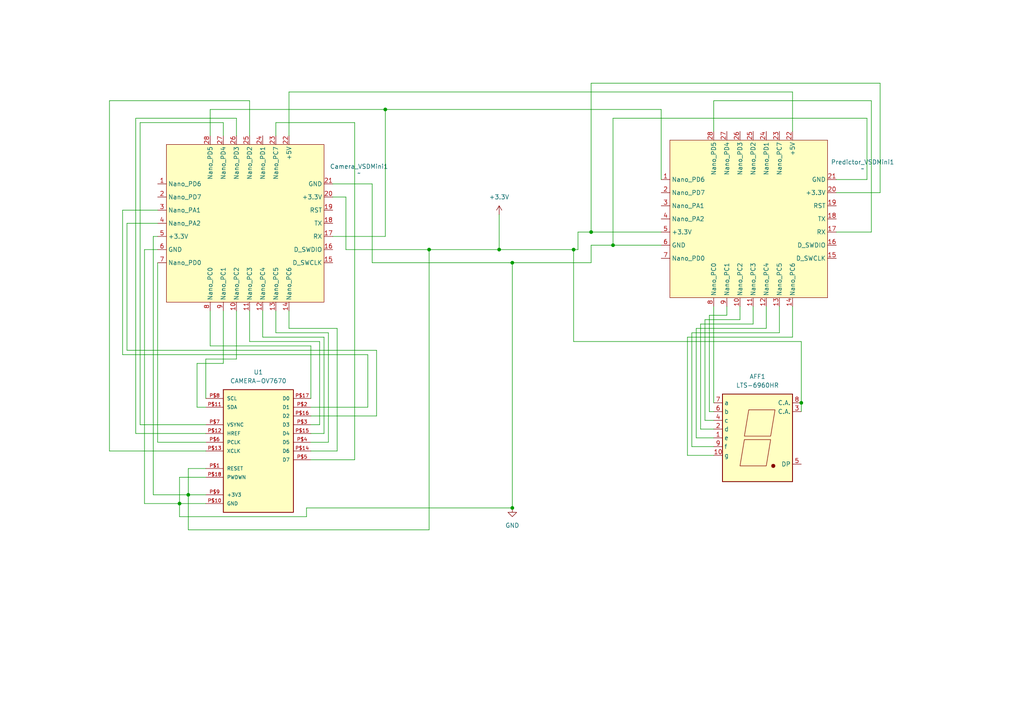
<source format=kicad_sch>
(kicad_sch (version 20231120) (generator "eeschema") (generator_version "8.0")
  (paper "A4")
  (lib_symbols
    (symbol "Display_Character:LTS-6960HR"
      (property "Reference" "AFF" (at -7.874 13.97 0))
      (property "Value" "LTS-6960HR" (at -2.032 13.97 0))
      (symbol "LTS-6960HR_0_1"
        (rectangle (start -10.16 12.7) (end 10.16 -12.7) (stroke (width 0.254)) (fill (type background)))
        (polyline (pts (xy -3.81 -0.508) (xy 3.81 -0.508) (xy 2.54 -8.128) (xy -5.08 -8.128) (xy -3.81 -0.508) (xy -3.81 -0.508)))
        (polyline (pts (xy -2.54 8.128) (xy 5.08 8.128) (xy 3.81 0.508) (xy -3.81 0.508) (xy -2.54 8.128) (xy -2.54 8.128)))
        (circle (center 4.572 -8.128) (radius 0.508) (fill (type outline)))
      )
      (symbol "LTS-6960HR_1_1"
        (pin passive line (at -12.7 0 0) (length 2.54) (name "e") (number "1"))
        (pin passive line (at -12.7 -5.08 0) (length 2.54) (name "g") (number "10"))
        (pin passive line (at -12.7 2.54 0) (length 2.54) (name "d") (number "2"))
        (pin passive line (at 12.7 7.62 180) (length 2.54) (name "C.A.") (number "3"))
        (pin passive line (at -12.7 5.08 0) (length 2.54) (name "c") (number "4"))
        (pin passive line (at 12.7 -7.62 180) (length 2.54) (name "DP") (number "5"))
        (pin passive line (at -12.7 7.62 0) (length 2.54) (name "b") (number "6"))
        (pin passive line (at -12.7 10.16 0) (length 2.54) (name "a") (number "7"))
        (pin passive line (at 12.7 10.16 180) (length 2.54) (name "C.A.") (number "8"))
        (pin passive line (at -12.7 -2.54 0) (length 2.54) (name "f") (number "9"))
      )
    )
    (symbol "OV7670:CAMERA-OV7670" (pin_names (offset 1.016))
      (property "Reference" "U" (at -10.16 18.542 0))
      (property "Value" "CAMERA-OV7670" (at 0 0 0))
      (symbol "CAMERA-OV7670_0_0"
        (rectangle (start -10.16 -17.78) (end 10.16 17.78) (stroke (width 0.254)) (fill (type background)))
        (pin bidirectional line (at -15.24 -5.08 0) (length 5.08) (name "RESET") (number "P$1"))
        (pin bidirectional line (at -15.24 -15.24 0) (length 5.08) (name "GND") (number "P$10"))
        (pin bidirectional line (at -15.24 12.7 0) (length 5.08) (name "SDA") (number "P$11"))
        (pin bidirectional line (at -15.24 5.08 0) (length 5.08) (name "HREF") (number "P$12"))
        (pin bidirectional line (at -15.24 0 0) (length 5.08) (name "XCLK") (number "P$13"))
        (pin bidirectional line (at 15.24 0 180) (length 5.08) (name "D6") (number "P$14"))
        (pin bidirectional line (at 15.24 5.08 180) (length 5.08) (name "D4") (number "P$15"))
        (pin bidirectional line (at 15.24 10.16 180) (length 5.08) (name "D2") (number "P$16"))
        (pin bidirectional line (at 15.24 15.24 180) (length 5.08) (name "D0") (number "P$17"))
        (pin bidirectional line (at -15.24 -7.62 0) (length 5.08) (name "PWDWN") (number "P$18"))
        (pin bidirectional line (at 15.24 12.7 180) (length 5.08) (name "D1") (number "P$2"))
        (pin bidirectional line (at 15.24 7.62 180) (length 5.08) (name "D3") (number "P$3"))
        (pin bidirectional line (at 15.24 2.54 180) (length 5.08) (name "D5") (number "P$4"))
        (pin bidirectional line (at 15.24 -2.54 180) (length 5.08) (name "D7") (number "P$5"))
        (pin bidirectional line (at -15.24 2.54 0) (length 5.08) (name "PCLK") (number "P$6"))
        (pin bidirectional line (at -15.24 7.62 0) (length 5.08) (name "VSYNC") (number "P$7"))
        (pin bidirectional line (at -15.24 15.24 0) (length 5.08) (name "SCL") (number "P$8"))
        (pin bidirectional line (at -15.24 -12.7 0) (length 5.08) (name "+3V3") (number "P$9"))
      )
    )
    (symbol "power:+3.3V" (power) (pin_numbers hide) (pin_names (offset 0) hide)
      (property "Value" "+3.3V" (at 0 3.556 0))
      (symbol "+3.3V_0_1"
        (polyline (pts (xy -0.762 1.27) (xy 0 2.54)))
        (polyline (pts (xy 0 0) (xy 0 2.54)))
        (polyline (pts (xy 0 2.54) (xy 0.762 1.27)))
      )
      (symbol "+3.3V_1_1"
        (pin power_in line (at 0 0 90) (length 0) (name "~") (number "1"))
      )
    )
    (symbol "power:GND" (power) (pin_numbers hide) (pin_names (offset 0) hide)
      (property "Value" "GND" (at 0 -3.81 0))
      (symbol "GND_0_1"
        (polyline (pts (xy 0 0) (xy 0 -1.27) (xy 1.27 -1.27) (xy 0 -2.54) (xy -1.27 -1.27) (xy 0 -1.27)))
      )
      (symbol "GND_1_1"
        (pin power_in line (at 0 0 270) (length 0) (name "~") (number "1"))
      )
    )
    (symbol "squadron:VSDSquadron_mini"
      (property "Reference" "U" (at 0.254 7.874 0))
      (symbol "VSDSquadron_mini_1_0"
        (pin input line (at 20.32 -41.91 90) (length 2.54) (name "Nano_PC2") (number "10"))
        (pin input line (at 24.13 -41.91 90) (length 2.54) (name "Nano_PC3") (number "11"))
        (pin input line (at 27.94 -41.91 90) (length 2.54) (name "Nano_PC4") (number "12"))
        (pin input line (at 31.75 -41.91 90) (length 2.54) (name "Nano_PC5") (number "13"))
        (pin input line (at 35.56 -41.91 90) (length 2.54) (name "Nano_PC6") (number "14"))
        (pin input line (at 48.26 -27.94 180) (length 2.54) (name "D_SWCLK") (number "15"))
        (pin input line (at 48.26 -24.13 180) (length 2.54) (name "D_SWDIO") (number "16"))
        (pin input line (at 48.26 -20.32 180) (length 2.54) (name "RX") (number "17"))
        (pin input line (at 48.26 -16.51 180) (length 2.54) (name "TX") (number "18"))
        (pin input line (at 48.26 -12.7 180) (length 2.54) (name "RST") (number "19"))
        (pin power_in line (at 35.56 8.89 270) (length 2.54) (name "+5V") (number "22"))
        (pin input line (at 31.75 8.89 270) (length 2.54) (name "Nano_PC7") (number "23"))
        (pin input line (at 27.94 8.89 270) (length 2.54) (name "Nano_PD1") (number "24"))
        (pin input line (at 24.13 8.89 270) (length 2.54) (name "Nano_PD2") (number "25"))
        (pin input line (at 20.32 8.89 270) (length 2.54) (name "Nano_PD3") (number "26"))
        (pin input line (at -2.54 -12.7 0) (length 2.54) (name "Nano_PA1") (number "3"))
        (pin input line (at -2.54 -16.51 0) (length 2.54) (name "Nano_PA2") (number "4"))
        (pin power_in line (at -2.54 -20.32 0) (length 2.54) (name "+3.3V") (number "5"))
        (pin power_out line (at -2.54 -24.13 0) (length 2.54) (name "GND") (number "6"))
        (pin input line (at -2.54 -27.94 0) (length 2.54) (name "Nano_PD0") (number "7"))
      )
      (symbol "VSDSquadron_mini_1_1"
        (rectangle (start 0 6.35) (end 45.72 -39.37) (fill (type background)))
        (pin input line (at -2.54 -5.08 0) (length 2.54) (name "Nano_PD6") (number "1"))
        (pin input line (at -2.54 -8.89 0) (length 2.54) (name "Nano_PD7") (number "2"))
        (pin power_in line (at 48.26 -8.89 180) (length 2.54) (name "+3.3V") (number "20"))
        (pin power_out line (at 48.26 -5.08 180) (length 2.54) (name "GND") (number "21"))
        (pin input line (at 16.51 8.89 270) (length 2.54) (name "Nano_PD4") (number "27"))
        (pin input line (at 12.7 8.89 270) (length 2.54) (name "Nano_PD5") (number "28"))
        (pin input line (at 12.7 -41.91 90) (length 2.54) (name "Nano_PC0") (number "8"))
        (pin input line (at 16.51 -41.91 90) (length 2.54) (name "Nano_PC1") (number "9"))
      )
    )
  )
  (junction (at 148.59 76.2))
  (junction (at 177.8 71.12))
  (junction (at 166.37 72.39))
  (junction (at 148.59 147.32))
  (junction (at 124.46 72.39))
  (junction (at 54.61 143.51))
  (junction (at 52.07 146.05))
  (junction (at 144.78 72.39))
  (junction (at 171.45 67.31))
  (junction (at 111.76 31.75))
  (junction (at 232.41 116.84))
  (wire (pts (xy 199.39 97.79) (xy 229.87 97.79)))
  (wire (pts (xy 95.25 128.27) (xy 90.17 128.27)))
  (wire (pts (xy 64.77 105.41) (xy 64.77 90.17)))
  (wire (pts (xy 68.58 104.14) (xy 68.58 90.17)))
  (wire (pts (xy 36.83 101.6) (xy 109.22 101.6)))
  (wire (pts (xy 107.95 53.34) (xy 96.52 53.34)))
  (wire (pts (xy 60.96 90.17) (xy 60.96 100.33)))
  (wire (pts (xy 229.87 26.67) (xy 229.87 38.1)))
  (wire (pts (xy 232.41 116.84) (xy 232.41 99.06)))
  (wire (pts (xy 36.83 64.77) (xy 36.83 101.6)))
  (wire (pts (xy 83.82 95.25) (xy 97.79 95.25)))
  (wire (pts (xy 57.15 118.11) (xy 57.15 105.41)))
  (wire (pts (xy 80.01 90.17) (xy 80.01 96.52)))
  (wire (pts (xy 255.27 24.13) (xy 171.45 24.13)))
  (wire (pts (xy 100.33 72.39) (xy 124.46 72.39)))
  (wire (pts (xy 207.01 88.9) (xy 207.01 116.84)))
  (wire (pts (xy 200.66 96.52) (xy 226.06 96.52)))
  (wire (pts (xy 226.06 88.9) (xy 226.06 96.52)))
  (wire (pts (xy 207.01 119.38) (xy 205.74 119.38)))
  (wire (pts (xy 232.41 99.06) (xy 166.37 99.06)))
  (wire (pts (xy 171.45 71.12) (xy 177.8 71.12)))
  (wire (pts (xy 207.01 132.08) (xy 199.39 132.08)))
  (wire (pts (xy 59.69 138.43) (xy 52.07 138.43)))
  (wire (pts (xy 88.9 147.32) (xy 148.59 147.32)))
  (wire (pts (xy 95.25 96.52) (xy 95.25 128.27)))
  (wire (pts (xy 171.45 24.13) (xy 171.45 67.31)))
  (wire (pts (xy 201.93 127) (xy 201.93 95.25)))
  (wire (pts (xy 177.8 34.29) (xy 177.8 71.12)))
  (wire (pts (xy 60.96 31.75) (xy 111.76 31.75)))
  (wire (pts (xy 171.45 67.31) (xy 191.77 67.31)))
  (wire (pts (xy 144.78 72.39) (xy 166.37 72.39)))
  (wire (pts (xy 111.76 68.58) (xy 96.52 68.58)))
  (wire (pts (xy 39.37 125.73) (xy 59.69 125.73)))
  (wire (pts (xy 72.39 39.37) (xy 72.39 29.21)))
  (wire (pts (xy 54.61 153.67) (xy 124.46 153.67)))
  (wire (pts (xy 31.75 130.81) (xy 59.69 130.81)))
  (wire (pts (xy 93.98 97.79) (xy 93.98 125.73)))
  (wire (pts (xy 54.61 135.89) (xy 54.61 143.51)))
  (wire (pts (xy 207.01 129.54) (xy 200.66 129.54)))
  (wire (pts (xy 252.73 29.21) (xy 252.73 67.31)))
  (wire (pts (xy 203.2 124.46) (xy 203.2 93.98)))
  (wire (pts (xy 144.78 62.23) (xy 144.78 72.39)))
  (wire (pts (xy 59.69 104.14) (xy 68.58 104.14)))
  (wire (pts (xy 45.72 68.58) (xy 44.45 68.58)))
  (wire (pts (xy 59.69 118.11) (xy 57.15 118.11)))
  (wire (pts (xy 106.68 102.87) (xy 106.68 118.11)))
  (wire (pts (xy 76.2 97.79) (xy 93.98 97.79)))
  (wire (pts (xy 222.25 88.9) (xy 222.25 95.25)))
  (wire (pts (xy 52.07 146.05) (xy 59.69 146.05)))
  (wire (pts (xy 45.72 72.39) (xy 41.91 72.39)))
  (wire (pts (xy 60.96 39.37) (xy 60.96 31.75)))
  (wire (pts (xy 44.45 68.58) (xy 44.45 143.51)))
  (wire (pts (xy 88.9 147.32) (xy 88.9 149.86)))
  (wire (pts (xy 39.37 125.73) (xy 39.37 34.29)))
  (wire (pts (xy 207.01 127) (xy 201.93 127)))
  (wire (pts (xy 59.69 115.57) (xy 59.69 104.14)))
  (wire (pts (xy 80.01 96.52) (xy 95.25 96.52)))
  (wire (pts (xy 166.37 99.06) (xy 166.37 72.39)))
  (wire (pts (xy 72.39 90.17) (xy 72.39 99.06)))
  (wire (pts (xy 59.69 135.89) (xy 54.61 135.89)))
  (wire (pts (xy 200.66 129.54) (xy 200.66 96.52)))
  (wire (pts (xy 201.93 95.25) (xy 222.25 95.25)))
  (wire (pts (xy 92.71 123.19) (xy 90.17 123.19)))
  (wire (pts (xy 80.01 35.56) (xy 102.87 35.56)))
  (wire (pts (xy 148.59 76.2) (xy 107.95 76.2)))
  (wire (pts (xy 251.46 34.29) (xy 177.8 34.29)))
  (wire (pts (xy 54.61 143.51) (xy 54.61 153.67)))
  (wire (pts (xy 102.87 133.35) (xy 90.17 133.35)))
  (wire (pts (xy 191.77 31.75) (xy 191.77 52.07)))
  (wire (pts (xy 148.59 76.2) (xy 148.59 147.32)))
  (wire (pts (xy 255.27 24.13) (xy 255.27 55.88)))
  (wire (pts (xy 52.07 138.43) (xy 52.07 146.05)))
  (wire (pts (xy 205.74 119.38) (xy 205.74 91.44)))
  (wire (pts (xy 59.69 123.19) (xy 40.64 123.19)))
  (wire (pts (xy 229.87 97.79) (xy 229.87 88.9)))
  (wire (pts (xy 35.56 102.87) (xy 106.68 102.87)))
  (wire (pts (xy 124.46 72.39) (xy 144.78 72.39)))
  (wire (pts (xy 255.27 55.88) (xy 242.57 55.88)))
  (wire (pts (xy 41.91 72.39) (xy 41.91 146.05)))
  (wire (pts (xy 45.72 60.96) (xy 35.56 60.96)))
  (wire (pts (xy 39.37 34.29) (xy 68.58 34.29)))
  (wire (pts (xy 251.46 52.07) (xy 242.57 52.07)))
  (wire (pts (xy 93.98 125.73) (xy 90.17 125.73)))
  (wire (pts (xy 167.64 67.31) (xy 171.45 67.31)))
  (wire (pts (xy 40.64 35.56) (xy 64.77 35.56)))
  (wire (pts (xy 232.41 116.84) (xy 232.41 119.38)))
  (wire (pts (xy 90.17 100.33) (xy 90.17 115.57)))
  (wire (pts (xy 148.59 76.2) (xy 171.45 76.2)))
  (wire (pts (xy 45.72 76.2) (xy 45.72 128.27)))
  (wire (pts (xy 76.2 90.17) (xy 76.2 97.79)))
  (wire (pts (xy 88.9 149.86) (xy 52.07 149.86)))
  (wire (pts (xy 204.47 92.71) (xy 214.63 92.71)))
  (wire (pts (xy 111.76 31.75) (xy 191.77 31.75)))
  (wire (pts (xy 124.46 153.67) (xy 124.46 72.39)))
  (wire (pts (xy 177.8 71.12) (xy 191.77 71.12)))
  (wire (pts (xy 68.58 34.29) (xy 68.58 39.37)))
  (wire (pts (xy 41.91 146.05) (xy 52.07 146.05)))
  (wire (pts (xy 207.01 124.46) (xy 203.2 124.46)))
  (wire (pts (xy 199.39 132.08) (xy 199.39 97.79)))
  (wire (pts (xy 100.33 57.15) (xy 100.33 72.39)))
  (wire (pts (xy 83.82 90.17) (xy 83.82 95.25)))
  (wire (pts (xy 214.63 92.71) (xy 214.63 88.9)))
  (wire (pts (xy 207.01 29.21) (xy 252.73 29.21)))
  (wire (pts (xy 35.56 60.96) (xy 35.56 102.87)))
  (wire (pts (xy 54.61 143.51) (xy 59.69 143.51)))
  (wire (pts (xy 40.64 123.19) (xy 40.64 35.56)))
  (wire (pts (xy 45.72 64.77) (xy 36.83 64.77)))
  (wire (pts (xy 207.01 38.1) (xy 207.01 29.21)))
  (wire (pts (xy 57.15 105.41) (xy 64.77 105.41)))
  (wire (pts (xy 97.79 130.81) (xy 90.17 130.81)))
  (wire (pts (xy 210.82 88.9) (xy 210.82 91.44)))
  (wire (pts (xy 166.37 72.39) (xy 167.64 72.39)))
  (wire (pts (xy 64.77 35.56) (xy 64.77 39.37)))
  (wire (pts (xy 44.45 143.51) (xy 54.61 143.51)))
  (wire (pts (xy 203.2 93.98) (xy 218.44 93.98)))
  (wire (pts (xy 111.76 31.75) (xy 111.76 68.58)))
  (wire (pts (xy 92.71 99.06) (xy 92.71 123.19)))
  (wire (pts (xy 102.87 35.56) (xy 102.87 133.35)))
  (wire (pts (xy 80.01 39.37) (xy 80.01 35.56)))
  (wire (pts (xy 31.75 29.21) (xy 31.75 130.81)))
  (wire (pts (xy 83.82 26.67) (xy 229.87 26.67)))
  (wire (pts (xy 204.47 121.92) (xy 204.47 92.71)))
  (wire (pts (xy 218.44 88.9) (xy 218.44 93.98)))
  (wire (pts (xy 83.82 39.37) (xy 83.82 26.67)))
  (wire (pts (xy 171.45 76.2) (xy 171.45 71.12)))
  (wire (pts (xy 90.17 118.11) (xy 106.68 118.11)))
  (wire (pts (xy 251.46 34.29) (xy 251.46 52.07)))
  (wire (pts (xy 109.22 101.6) (xy 109.22 120.65)))
  (wire (pts (xy 207.01 121.92) (xy 204.47 121.92)))
  (wire (pts (xy 60.96 100.33) (xy 90.17 100.33)))
  (wire (pts (xy 52.07 149.86) (xy 52.07 146.05)))
  (wire (pts (xy 205.74 91.44) (xy 210.82 91.44)))
  (wire (pts (xy 72.39 99.06) (xy 92.71 99.06)))
  (wire (pts (xy 109.22 120.65) (xy 90.17 120.65)))
  (wire (pts (xy 107.95 76.2) (xy 107.95 53.34)))
  (wire (pts (xy 96.52 57.15) (xy 100.33 57.15)))
  (wire (pts (xy 72.39 29.21) (xy 31.75 29.21)))
  (wire (pts (xy 252.73 67.31) (xy 242.57 67.31)))
  (wire (pts (xy 167.64 72.39) (xy 167.64 67.31)))
  (wire (pts (xy 97.79 95.25) (xy 97.79 130.81)))
  (wire (pts (xy 45.72 128.27) (xy 59.69 128.27)))
  (symbol (lib_id "OV7670:CAMERA-OV7670") (at 74.93 130.81 0) (unit 1)
    (property "Reference" "U1" (at 74.93 107.95 0))
    (property "Value" "CAMERA-OV7670" (at 74.93 110.49 0))
    (property "Footprint" "OV7670:CAMERA-OV7670-DIP" (effects (hide yes)))
    (property "MF" "Olimex Ltd." (effects (hide yes)))
    (property "Description_1" "\nOV7670 Camera Sensor Platform Evaluation Expansion Board\n" (effects (hide yes)))
    (property "Package" "None" (effects (hide yes)))
    (property "Price" "None" (effects (hide yes)))
    (property "SnapEDA_Link" "https://www.snapeda.com/parts/CAMERA-OV7670/Olimex+LTD/view-part/?ref=snap" (effects (hide yes)))
    (property "MP" "CAMERA-OV7670" (effects (hide yes)))
    (property "Purchase-URL" "https://www.snapeda.com/api/url_track_click_mouser/?unipart_id=12107997&manufacturer=Olimex Ltd.&part_name=CAMERA-OV7670&search_term=ov7670" (effects (hide yes)))
    (property "Availability" "In Stock" (effects (hide yes)))
    (property "Check_prices" "https://www.snapeda.com/parts/CAMERA-OV7670/Olimex+LTD/view-part/?ref=eda" (effects (hide yes)))
  )
  (symbol (lib_id "Display_Character:LTS-6960HR") (at 219.71 127 0) (unit 1)
    (property "Reference" "AFF1" (at 219.71 109.22 0))
    (property "Value" "LTS-6960HR" (at 219.71 111.76 0))
    (property "Footprint" "Display_7Segment:7SegmentLED_LTS6760_LTS6780" (effects (hide yes)))
    (property "Datasheet" "https://datasheet.octopart.com/LTS-6960HR-Lite-On-datasheet-11803242.pdf" (effects (hide yes)))
    (property "Description" "DISPLAY 7 SEGMENTS common A." (effects (hide yes)))
  )
  (symbol (lib_id "squadron:VSDSquadron_mini") (at 48.26 48.26 0) (unit 1)
    (property "Reference" "Camera_VSDMini1" (at 104.14 48.2914 0))
    (property "Value" "~" (at 104.14 50.1965 0))
    (property "Footprint" "VSD:VSDSquadron Mini" (effects (hide yes)))
  )
  (symbol (lib_id "power:GND") (at 148.59 147.32 0) (unit 1)
    (property "Reference" "#PWR02" (effects (hide yes)))
    (property "Value" "GND" (at 148.59 152.4 0))
    (property "Description" "Power symbol creates a global label with name \"GND\" , ground" (effects (hide yes)))
  )
  (symbol (lib_id "squadron:VSDSquadron_mini") (at 194.31 46.99 0) (unit 1)
    (property "Reference" "Predictor_VSDMini1" (at 250.19 47.0214 0))
    (property "Value" "~" (at 250.19 48.9265 0))
    (property "Footprint" "VSD:VSDSquadron Mini" (effects (hide yes)))
  )
  (symbol (lib_id "power:+3.3V") (at 144.78 62.23 0) (unit 1)
    (property "Reference" "#PWR01" (effects (hide yes)))
    (property "Value" "+3.3V" (at 144.78 57.15 0))
    (property "Description" "Power symbol creates a global label with name \"+3.3V\"" (effects (hide yes)))
  )
)
</source>
